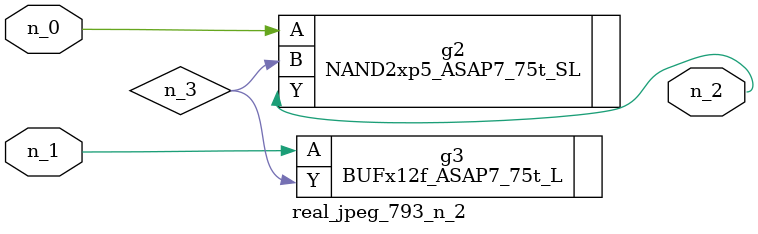
<source format=v>
module real_jpeg_793_n_2 (n_1, n_0, n_2);

input n_1;
input n_0;

output n_2;

wire n_3;

NAND2xp5_ASAP7_75t_SL g2 ( 
.A(n_0),
.B(n_3),
.Y(n_2)
);

BUFx12f_ASAP7_75t_L g3 ( 
.A(n_1),
.Y(n_3)
);


endmodule
</source>
